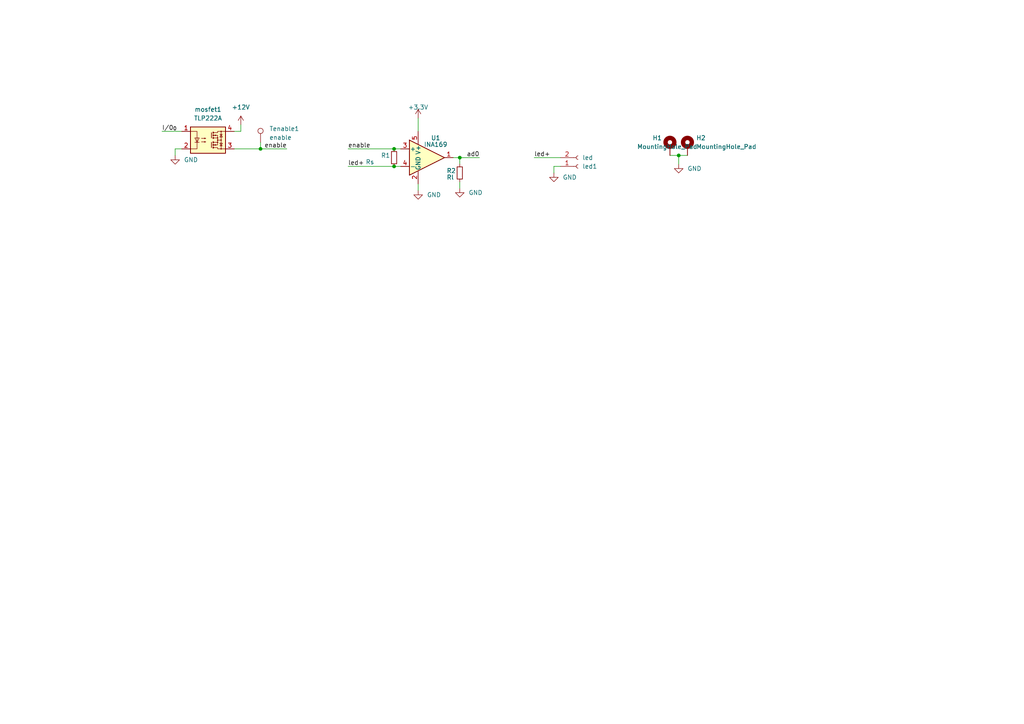
<source format=kicad_sch>
(kicad_sch (version 20230121) (generator eeschema)
  (paper "A4")
  (lib_symbols
    (symbol "+12V_1" (power) (pin_names (offset 0))
      (property "Value" "+12V_1" (at 0 3.556 0))
      (symbol "+12V_1_0_1"
        (polyline (pts (xy -0.762 1.27) (xy 0 2.54)))
        (polyline (pts (xy 0 0) (xy 0 2.54)))
        (polyline (pts (xy 0 2.54) (xy 0.762 1.27)))
      )
      (symbol "+12V_1_1_1"
        (pin power_in line (at 0 0 90) (length 0) hide (name "+12V") (number "1"))
      )
    )
    (symbol "Amplifier_Current:INA169" (pin_names (offset 0.127))
      (property "Reference" "U" (at 3.81 5.08 0))
      (property "Value" "INA169" (at 3.81 2.54 0))
      (symbol "INA169_0_1"
        (polyline (pts (xy -5.08 5.08) (xy 5.08 0) (xy -5.08 -5.08) (xy -5.08 5.08)) (stroke (width 0.254)) (fill (type background)))
      )
      (symbol "INA169_1_1"
        (pin output line (at 7.62 0 180) (length 2.54) (name "~") (number "1"))
        (pin power_in line (at -2.54 -7.62 90) (length 3.81) (name "GND") (number "2"))
        (pin input line (at -7.62 2.54 0) (length 2.54) (name "+") (number "3"))
        (pin input line (at -7.62 -2.54 0) (length 2.54) (name "-") (number "4"))
        (pin power_in line (at -2.54 7.62 270) (length 3.81) (name "V+") (number "5"))
      )
    )
    (symbol "Connector:Conn_01x02_Female" (pin_names (offset 1.016) hide)
      (property "Reference" "J" (at 0 2.54 0))
      (property "Value" "Conn_01x02_Female" (at 0 -5.08 0))
      (symbol "Conn_01x02_Female_1_1"
        (arc (start 0 -2.032) (mid -0.5058 -2.54) (end 0 -3.048) (stroke (width 0.1524)))
        (polyline (pts (xy -1.27 -2.54) (xy -0.508 -2.54)) (stroke (width 0.1524)))
        (polyline (pts (xy -1.27 0) (xy -0.508 0)) (stroke (width 0.1524)))
        (arc (start 0 0.508) (mid -0.5058 0) (end 0 -0.508) (stroke (width 0.1524)))
        (pin passive line (at -5.08 0 0) (length 3.81) (name "Pin_1") (number "1"))
        (pin passive line (at -5.08 -2.54 0) (length 3.81) (name "Pin_2") (number "2"))
      )
    )
    (symbol "Connector:TestPoint" (pin_numbers hide) (pin_names (offset 0.762) hide)
      (property "Reference" "TP" (at 0 6.858 0))
      (property "Value" "TestPoint" (at 0 5.08 0))
      (symbol "TestPoint_0_1"
        (circle (center 0 3.302) (radius 0.762))
      )
      (symbol "TestPoint_1_1"
        (pin passive line (at 0 0 90) (length 2.54) (name "1") (number "1"))
      )
    )
    (symbol "Device:R_Small" (pin_numbers hide) (pin_names (offset 0.254) hide)
      (property "Reference" "R" (at 0.762 0.508 0))
      (property "Value" "R_Small" (at 0.762 -1.016 0))
      (symbol "R_Small_0_1"
        (rectangle (start -0.762 1.778) (end 0.762 -1.778) (stroke (width 0.2032)))
      )
      (symbol "R_Small_1_1"
        (pin passive line (at 0 2.54 270) (length 0.762) (name "~") (number "1"))
        (pin passive line (at 0 -2.54 90) (length 0.762) (name "~") (number "2"))
      )
    )
    (symbol "Mechanical:MountingHole_Pad" (pin_numbers hide) (pin_names (offset 1.016) hide)
      (property "Reference" "H" (at 0 6.35 0))
      (property "Value" "MountingHole_Pad" (at 0 4.445 0))
      (symbol "MountingHole_Pad_0_1"
        (circle (center 0 1.27) (radius 1.27) (stroke (width 1.27)))
      )
      (symbol "MountingHole_Pad_1_1"
        (pin input line (at 0 -2.54 90) (length 2.54) (name "1") (number "1"))
      )
    )
    (symbol "Relay_SolidState:TLP222A"
      (property "Reference" "U" (at -5.08 5.08 0))
      (property "Value" "TLP222A" (at 0 5.08 0))
      (symbol "TLP222A_0_1"
        (rectangle (start -5.08 3.81) (end 5.08 -3.81) (stroke (width 0.254)) (fill (type background)))
        (polyline (pts (xy -3.81 -0.635) (xy -2.54 -0.635)))
        (polyline (pts (xy 1.016 -0.635) (xy 1.016 -2.159)) (stroke (width 0.2032)))
        (polyline (pts (xy 1.016 2.159) (xy 1.016 0.635)) (stroke (width 0.2032)))
        (polyline (pts (xy 1.524 -0.508) (xy 1.524 -0.762)) (stroke (width 0.3556)))
        (polyline (pts (xy 2.794 0) (xy 3.81 0)))
        (polyline (pts (xy 3.429 -1.651) (xy 4.191 -1.651)))
        (polyline (pts (xy 3.429 1.651) (xy 4.191 1.651)))
        (polyline (pts (xy 3.81 -2.54) (xy 3.81 2.54)))
        (polyline (pts (xy 1.524 -2.032) (xy 1.524 -2.286) (xy 1.524 -2.286)) (stroke (width 0.3556)))
        (polyline (pts (xy 1.524 -1.27) (xy 1.524 -1.524) (xy 1.524 -1.524)) (stroke (width 0.3556)))
        (polyline (pts (xy 1.524 0.762) (xy 1.524 0.508) (xy 1.524 0.508)) (stroke (width 0.3556)))
        (polyline (pts (xy 1.524 1.524) (xy 1.524 1.27) (xy 1.524 1.27)) (stroke (width 0.3556)))
        (polyline (pts (xy 1.524 2.286) (xy 1.524 2.032) (xy 1.524 2.032)) (stroke (width 0.3556)))
        (polyline (pts (xy 1.651 -1.397) (xy 2.794 -1.397) (xy 2.794 -0.635)))
        (polyline (pts (xy 1.651 1.397) (xy 2.794 1.397) (xy 2.794 0.635)))
        (polyline (pts (xy -5.08 2.54) (xy -3.175 2.54) (xy -3.175 -2.54) (xy -5.08 -2.54)))
        (polyline (pts (xy -3.175 -0.635) (xy -3.81 0.635) (xy -2.54 0.635) (xy -3.175 -0.635)))
        (polyline (pts (xy 1.651 -2.159) (xy 2.794 -2.159) (xy 2.794 -2.54) (xy 5.08 -2.54)))
        (polyline (pts (xy 1.651 -0.635) (xy 2.794 -0.635) (xy 2.794 0.635) (xy 1.651 0.635)))
        (polyline (pts (xy 1.651 2.159) (xy 2.794 2.159) (xy 2.794 2.54) (xy 5.08 2.54)))
        (polyline (pts (xy 1.778 -1.397) (xy 2.286 -1.27) (xy 2.286 -1.524) (xy 1.778 -1.397)))
        (polyline (pts (xy 1.778 1.397) (xy 2.286 1.524) (xy 2.286 1.27) (xy 1.778 1.397)))
        (polyline (pts (xy 3.81 -1.651) (xy 3.429 -0.889) (xy 4.191 -0.889) (xy 3.81 -1.651)))
        (polyline (pts (xy 3.81 1.651) (xy 3.429 0.889) (xy 4.191 0.889) (xy 3.81 1.651)))
        (polyline (pts (xy -1.905 -0.508) (xy -0.635 -0.508) (xy -1.016 -0.635) (xy -1.016 -0.381) (xy -0.635 -0.508)))
        (polyline (pts (xy -1.905 0.508) (xy -0.635 0.508) (xy -1.016 0.381) (xy -1.016 0.635) (xy -0.635 0.508)))
        (circle (center 2.794 -0.635) (radius 0.127))
        (circle (center 2.794 0) (radius 0.127))
        (circle (center 2.794 0.635) (radius 0.127))
        (circle (center 3.81 -2.54) (radius 0.127))
        (circle (center 3.81 0) (radius 0.127))
        (circle (center 3.81 2.54) (radius 0.127))
      )
      (symbol "TLP222A_1_1"
        (pin passive line (at -7.62 2.54 0) (length 2.54) (name "~") (number "1"))
        (pin passive line (at -7.62 -2.54 0) (length 2.54) (name "~") (number "2"))
        (pin passive line (at 7.62 -2.54 180) (length 2.54) (name "~") (number "3"))
        (pin passive line (at 7.62 2.54 180) (length 2.54) (name "~") (number "4"))
      )
    )
    (symbol "power:+3.3V" (power) (pin_names (offset 0))
      (property "Value" "+3.3V" (at 0 3.556 0))
      (symbol "+3.3V_0_1"
        (polyline (pts (xy -0.762 1.27) (xy 0 2.54)))
        (polyline (pts (xy 0 0) (xy 0 2.54)))
        (polyline (pts (xy 0 2.54) (xy 0.762 1.27)))
      )
      (symbol "+3.3V_1_1"
        (pin power_in line (at 0 0 90) (length 0) hide (name "+3.3V") (number "1"))
      )
    )
    (symbol "power:GND" (power) (pin_names (offset 0))
      (property "Value" "GND" (at 0 -3.81 0))
      (symbol "GND_0_1"
        (polyline (pts (xy 0 0) (xy 0 -1.27) (xy 1.27 -1.27) (xy 0 -2.54) (xy -1.27 -1.27) (xy 0 -1.27)))
      )
      (symbol "GND_1_1"
        (pin power_in line (at 0 0 270) (length 0) hide (name "GND") (number "1"))
      )
    )
  )
  (junction (at 114.3 48.26))
  (junction (at 75.565 43.18))
  (junction (at 114.3 43.18))
  (junction (at 196.85 45.085))
  (junction (at 133.35 45.72))
  (wire (pts (xy 75.565 43.18) (xy 83.185 43.18)))
  (wire (pts (xy 162.56 48.26) (xy 160.655 48.26)))
  (wire (pts (xy 100.965 43.18) (xy 114.3 43.18)))
  (wire (pts (xy 133.35 52.705) (xy 133.35 54.61)))
  (wire (pts (xy 114.3 48.26) (xy 116.205 48.26)))
  (wire (pts (xy 50.8 43.18) (xy 50.8 45.085)))
  (wire (pts (xy 194.31 45.085) (xy 196.85 45.085)))
  (wire (pts (xy 52.705 43.18) (xy 50.8 43.18)))
  (wire (pts (xy 154.94 45.72) (xy 162.56 45.72)))
  (wire (pts (xy 75.565 41.275) (xy 75.565 43.18)))
  (wire (pts (xy 133.35 45.72) (xy 139.065 45.72)))
  (wire (pts (xy 196.85 45.085) (xy 196.85 47.625)))
  (wire (pts (xy 131.445 45.72) (xy 133.35 45.72)))
  (wire (pts (xy 67.945 43.18) (xy 75.565 43.18)))
  (wire (pts (xy 121.285 53.34) (xy 121.285 55.245)))
  (wire (pts (xy 133.35 47.625) (xy 133.35 45.72)))
  (wire (pts (xy 69.85 36.195) (xy 69.85 38.1)))
  (wire (pts (xy 69.85 38.1) (xy 67.945 38.1)))
  (wire (pts (xy 160.655 48.26) (xy 160.655 50.165)))
  (wire (pts (xy 114.3 43.18) (xy 116.205 43.18)))
  (wire (pts (xy 121.285 34.29) (xy 121.285 38.1)))
  (wire (pts (xy 100.965 48.26) (xy 114.3 48.26)))
  (wire (pts (xy 46.99 38.1) (xy 52.705 38.1)))
  (wire (pts (xy 196.85 45.085) (xy 199.39 45.085)))
  (label "led+" (at 100.965 48.26 0))
  (label "I{slash}0_{0}" (at 46.99 38.1 0))
  (label "enable" (at 100.965 43.18 0))
  (label "ad0" (at 139.065 45.72 180))
  (label "enable" (at 83.185 43.18 180))
  (label "led+" (at 154.94 45.72 0))
  (symbol (lib_id "Mechanical:MountingHole_Pad") (at 194.31 42.545 0) (unit 1)
    (property "Reference" "H1" (at 189.23 40.005 0) (effects (justify left)))
    (property "Value" "MountingHole_Pad" (at 184.785 42.545 0) (effects (justify left)))
    (property "Footprint" "MountingHole:MountingHole_2.5mm" (effects hide))
  )
  (symbol (lib_id "power:GND") (at 196.85 47.625 0) (unit 1)
    (property "Reference" "#PWR07" (effects hide))
    (property "Value" "GND" (at 199.39 48.8949 0) (effects (justify left)))
  )
  (symbol (lib_id "Connector:Conn_01x02_Female") (at 167.64 48.26 0) (mirror x) (unit 1)
    (property "Reference" "led1" (at 168.91 48.2601 0) (effects (justify left)))
    (property "Value" "led" (at 168.91 45.7201 0) (effects (justify left)))
    (property "Footprint" "TerminalBlock_Phoenix:TerminalBlock_Phoenix_PT-1,5-2-5.0-H_1x02_P5.00mm_Horizontal" (effects hide))
  )
  (symbol (lib_id "Amplifier_Current:INA169") (at 123.825 45.72 0) (unit 1)
    (property "Reference" "U1" (at 126.365 40.005 0))
    (property "Value" "INA169" (at 126.365 41.91 0))
    (property "Footprint" "Package_TO_SOT_SMD:SOT-23-5" (effects hide))
    (property "Datasheet" "http://www.ti.com/lit/ds/symlink/ina169.pdf" (effects hide))
  )
  (symbol (lib_id "Device:R_Small") (at 114.3 45.72 180) (unit 1)
    (property "Reference" "R1" (at 110.49 45.085 0) (effects (justify right)))
    (property "Value" "Rs" (at 106.045 46.99 0) (effects (justify right)))
    (property "Footprint" "Resistor_SMD:R_0805_2012Metric_Pad1.20x1.40mm_HandSolder" (effects hide))
  )
  (symbol (lib_id "power:GND") (at 50.8 45.085 0) (unit 1)
    (property "Reference" "#PWR01" (effects hide))
    (property "Value" "GND" (at 53.34 46.3549 0) (effects (justify left)))
  )
  (symbol (lib_id "power:GND") (at 121.285 55.245 0) (unit 1)
    (property "Reference" "#PWR06" (effects hide))
    (property "Value" "GND" (at 123.825 56.5149 0) (effects (justify left)))
  )
  (symbol (lib_name "+12V_1") (lib_id "power:+12V") (at 69.85 36.195 0) (unit 1)
    (property "Reference" "#PWR02" (effects hide))
    (property "Value" "+12V" (at 69.85 31.115 0))
  )
  (symbol (lib_id "power:GND") (at 160.655 50.165 0) (unit 1)
    (property "Reference" "#PWR03" (effects hide))
    (property "Value" "GND" (at 163.195 51.4349 0) (effects (justify left)))
  )
  (symbol (lib_id "power:+3.3V") (at 121.285 34.29 0) (unit 1)
    (property "Reference" "#PWR04" (effects hide))
    (property "Value" "+3.3V" (at 121.285 31.115 0))
  )
  (symbol (lib_id "Relay_SolidState:TLP222A") (at 60.325 40.64 0) (unit 1)
    (property "Reference" "mosfet1" (at 60.325 31.75 0))
    (property "Value" "TLP222A" (at 60.325 34.29 0))
    (property "Footprint" "own-footprints:AQY211EHAZ" (effects hide))
    (property "Datasheet" "https://toshiba.semicon-storage.com/info/docget.jsp?did=17036&prodName=TLP222A" (effects hide))
  )
  (symbol (lib_id "Mechanical:MountingHole_Pad") (at 199.39 42.545 0) (unit 1)
    (property "Reference" "H2" (at 201.93 40.0049 0) (effects (justify left)))
    (property "Value" "MountingHole_Pad" (at 201.93 42.5449 0) (effects (justify left)))
    (property "Footprint" "MountingHole:MountingHole_2.5mm" (effects hide))
  )
  (symbol (lib_id "power:GND") (at 133.35 54.61 0) (unit 1)
    (property "Reference" "#PWR05" (effects hide))
    (property "Value" "GND" (at 135.89 55.8799 0) (effects (justify left)))
  )
  (symbol (lib_id "Connector:TestPoint") (at 75.565 41.275 0) (unit 1)
    (property "Reference" "Tenable1" (at 78.105 37.338 0) (effects (justify left)))
    (property "Value" "enable" (at 78.105 39.878 0) (effects (justify left)))
    (property "Footprint" "TestPoint:TestPoint_Pad_1.5x1.5mm" (effects hide))
  )
  (symbol (lib_id "Device:R_Small") (at 133.35 50.165 180) (unit 1)
    (property "Reference" "R2" (at 129.54 49.53 0) (effects (justify right)))
    (property "Value" "Rl" (at 129.54 51.435 0) (effects (justify right)))
    (property "Footprint" "Resistor_SMD:R_0805_2012Metric_Pad1.20x1.40mm_HandSolder" (effects hide))
  )
)
</source>
